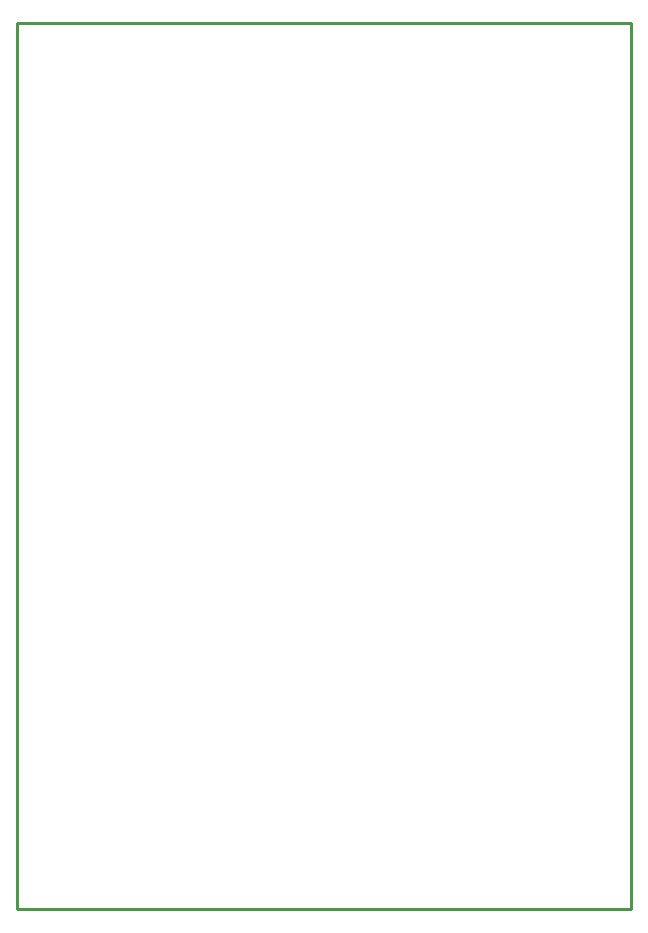
<source format=gm1>
G04*
G04 #@! TF.GenerationSoftware,Altium Limited,Altium Designer,19.1.9 (167)*
G04*
G04 Layer_Color=16711935*
%FSLAX42Y42*%
%MOMM*%
G71*
G01*
G75*
%ADD11C,0.25*%
D11*
X3500Y10100D02*
X3500Y2600D01*
X3500Y10100D02*
X8700D01*
X8700Y2600D01*
X3500D02*
X8700D01*
M02*

</source>
